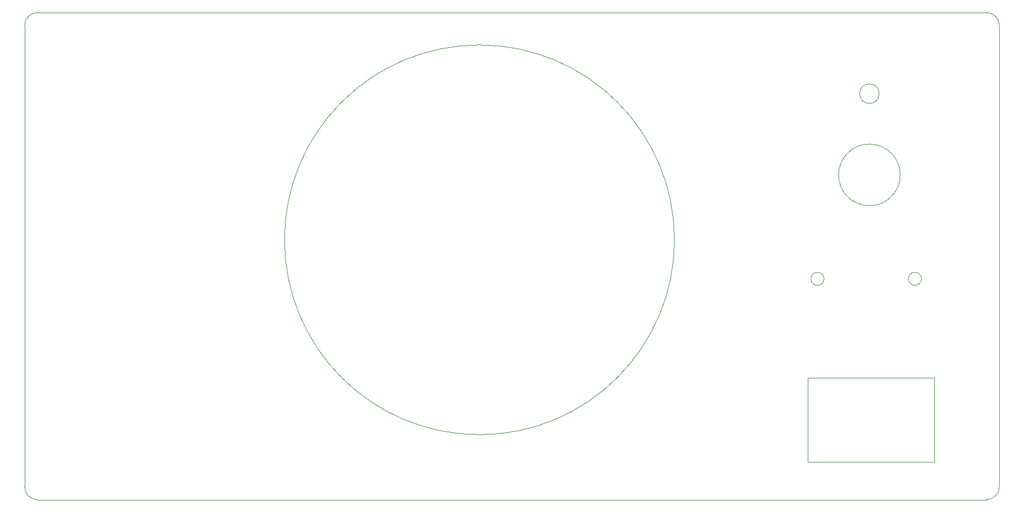
<source format=gm1>
G04 #@! TF.GenerationSoftware,KiCad,Pcbnew,(5.1.10-1-10_14)*
G04 #@! TF.CreationDate,2021-10-15T12:17:32-04:00*
G04 #@! TF.ProjectId,Multimeter,4d756c74-696d-4657-9465-722e6b696361,rev?*
G04 #@! TF.SameCoordinates,Original*
G04 #@! TF.FileFunction,Profile,NP*
%FSLAX46Y46*%
G04 Gerber Fmt 4.6, Leading zero omitted, Abs format (unit mm)*
G04 Created by KiCad (PCBNEW (5.1.10-1-10_14)) date 2021-10-15 12:17:32*
%MOMM*%
%LPD*%
G01*
G04 APERTURE LIST*
G04 #@! TA.AperFunction,Profile*
%ADD10C,0.050000*%
G04 #@! TD*
G04 APERTURE END LIST*
D10*
X223000000Y-66000000D02*
G75*
G03*
X223000000Y-66000000I-1000000J0D01*
G01*
X85000000Y-27000000D02*
G75*
G02*
X87000000Y-25000000I2000000J0D01*
G01*
X87000000Y-100000000D02*
G75*
G02*
X85000000Y-98000000I0J2000000D01*
G01*
X235000000Y-98000000D02*
G75*
G02*
X233000000Y-100000000I-2000000J0D01*
G01*
X208000000Y-66000000D02*
G75*
G03*
X208000000Y-66000000I-1000000J0D01*
G01*
X216500000Y-37500000D02*
G75*
G03*
X216500000Y-37500000I-1500000J0D01*
G01*
X205500000Y-94206000D02*
X205500000Y-81206000D01*
X225000000Y-94206000D02*
X205500000Y-94206000D01*
X225000000Y-81206000D02*
X225000000Y-94206000D01*
X205500000Y-81206000D02*
X225000000Y-81206000D01*
X233000000Y-25000000D02*
G75*
G02*
X235000000Y-27000000I0J-2000000D01*
G01*
X219750000Y-50000000D02*
G75*
G03*
X219750000Y-50000000I-4750000J0D01*
G01*
X185000000Y-60000000D02*
G75*
G03*
X185000000Y-60000000I-30000000J0D01*
G01*
X85000000Y-98000000D02*
X85000000Y-27000000D01*
X87000000Y-25000000D02*
X233000000Y-25000000D01*
X235000000Y-98000000D02*
X235000000Y-27000000D01*
X87000000Y-100000000D02*
X233000000Y-100000000D01*
M02*

</source>
